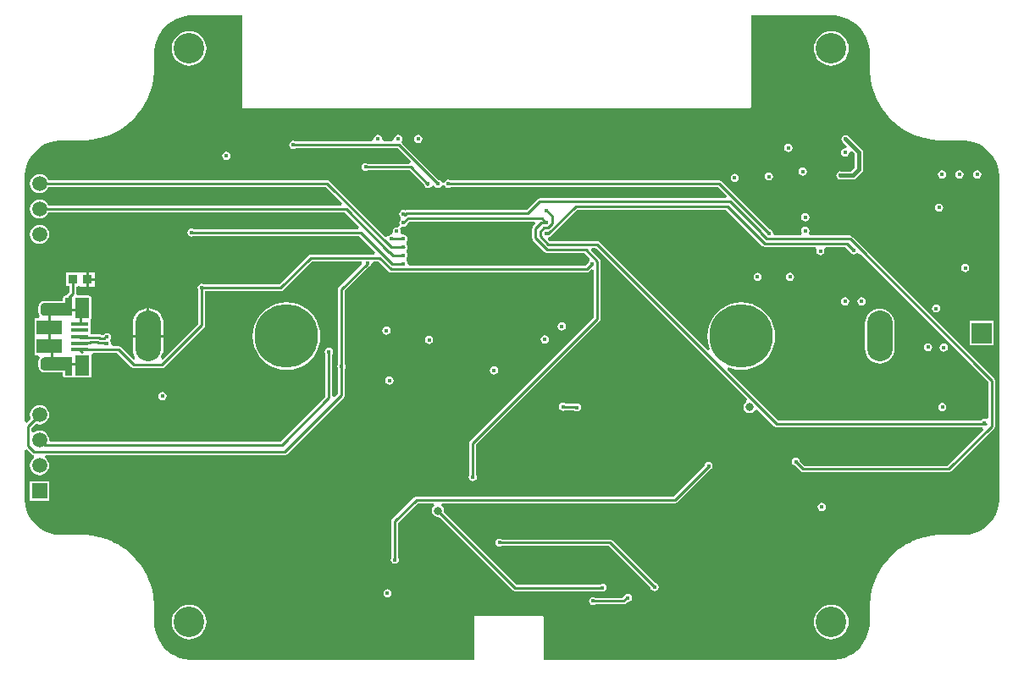
<source format=gbr>
%TF.GenerationSoftware,Altium Limited,Altium Designer,19.1.9 (167)*%
G04 Layer_Physical_Order=4*
G04 Layer_Color=16711680*
%FSLAX26Y26*%
%MOIN*%
%TF.FileFunction,Copper,L4,Bot,Signal*%
%TF.Part,Single*%
G01*
G75*
%TA.AperFunction,SMDPad,CuDef*%
%ADD37R,0.038000X0.037000*%
%TA.AperFunction,Conductor*%
%ADD42C,0.010280*%
%ADD43C,0.010000*%
%ADD45C,0.015000*%
%TA.AperFunction,ComponentPad*%
%ADD48C,0.250000*%
%ADD49O,0.100000X0.200000*%
%ADD50R,0.080000X0.080000*%
%ADD51O,0.066929X0.047244*%
%ADD52O,0.055118X0.039370*%
%ADD53C,0.059055*%
%ADD54R,0.059055X0.059055*%
%TA.AperFunction,ViaPad*%
%ADD55C,0.120000*%
%ADD56C,0.018000*%
%ADD57C,0.016000*%
%ADD58C,0.032000*%
%TA.AperFunction,SMDPad,CuDef*%
%ADD70R,0.068898X0.015748*%
%ADD71R,0.098425X0.056102*%
%TA.AperFunction,Conductor*%
%ADD72R,0.057480X0.078740*%
G36*
X3218022Y2546590D02*
X3236671Y2541593D01*
X3254509Y2534204D01*
X3271229Y2524551D01*
X3286547Y2512797D01*
X3300199Y2499145D01*
X3311952Y2483828D01*
X3321606Y2467108D01*
X3328994Y2449270D01*
X3333991Y2430620D01*
X3336512Y2411478D01*
X3336511Y2401825D01*
Y2342770D01*
X3336536Y2342645D01*
X3336515Y2342519D01*
X3336846Y2328997D01*
X3336930Y2328626D01*
X3336892Y2328248D01*
X3339543Y2301333D01*
X3339690Y2300849D01*
Y2300343D01*
X3344966Y2273818D01*
X3345160Y2273350D01*
X3345209Y2272847D01*
X3353060Y2246966D01*
X3353299Y2246520D01*
X3353397Y2246024D01*
X3363747Y2221038D01*
X3364028Y2220617D01*
X3364175Y2220133D01*
X3376924Y2196282D01*
X3377245Y2195891D01*
X3377438Y2195424D01*
X3392464Y2172936D01*
X3392821Y2172579D01*
X3393060Y2172133D01*
X3410217Y2151227D01*
X3410608Y2150906D01*
X3410889Y2150485D01*
X3430013Y2131361D01*
X3430433Y2131081D01*
X3430754Y2130689D01*
X3451660Y2113532D01*
X3452106Y2113294D01*
X3452464Y2112936D01*
X3474951Y2097911D01*
X3475419Y2097717D01*
X3475809Y2097396D01*
X3499661Y2084647D01*
X3500145Y2084501D01*
X3500566Y2084220D01*
X3525552Y2073870D01*
X3526048Y2073771D01*
X3526494Y2073533D01*
X3552375Y2065682D01*
X3552878Y2065632D01*
X3553345Y2065439D01*
X3579871Y2060162D01*
X3580377D01*
X3580861Y2060016D01*
X3607775Y2057365D01*
X3608154Y2057402D01*
X3608525Y2057319D01*
X3622047Y2056987D01*
X3622173Y2057009D01*
X3622297Y2056984D01*
X3710691D01*
X3729833Y2054464D01*
X3748482Y2049467D01*
X3766320Y2042078D01*
X3783040Y2032425D01*
X3798357Y2020671D01*
X3812010Y2007019D01*
X3823763Y1991702D01*
X3833417Y1974981D01*
X3840805Y1957144D01*
X3845802Y1938494D01*
X3848323Y1919352D01*
Y1909699D01*
Y649856D01*
Y640203D01*
X3845802Y621061D01*
X3840805Y602412D01*
X3833417Y584574D01*
X3823764Y567854D01*
X3812010Y552536D01*
X3798357Y538884D01*
X3783040Y527130D01*
X3766320Y517477D01*
X3748482Y510088D01*
X3729833Y505091D01*
X3710691Y502571D01*
X3701038Y502571D01*
X3622297D01*
X3622173Y502547D01*
X3622047Y502568D01*
X3608524Y502236D01*
X3608154Y502153D01*
X3607775Y502190D01*
X3580861Y499539D01*
X3580377Y499393D01*
X3579871D01*
X3553345Y494116D01*
X3552878Y493923D01*
X3552375Y493873D01*
X3526494Y486022D01*
X3526048Y485784D01*
X3525552Y485685D01*
X3500566Y475336D01*
X3500145Y475055D01*
X3499661Y474908D01*
X3475809Y462159D01*
X3475419Y461838D01*
X3474951Y461644D01*
X3452464Y446619D01*
X3452106Y446261D01*
X3451660Y446023D01*
X3430754Y428866D01*
X3430433Y428475D01*
X3430013Y428194D01*
X3410889Y409070D01*
X3410608Y408649D01*
X3410217Y408329D01*
X3393060Y387422D01*
X3392821Y386976D01*
X3392464Y386619D01*
X3377438Y364132D01*
X3377245Y363664D01*
X3376924Y363273D01*
X3364175Y339422D01*
X3364028Y338938D01*
X3363747Y338517D01*
X3353397Y313531D01*
X3353299Y313035D01*
X3353060Y312589D01*
X3345209Y286708D01*
X3345160Y286205D01*
X3344966Y285737D01*
X3339690Y259212D01*
Y258706D01*
X3339543Y258222D01*
X3336892Y231307D01*
X3336930Y230929D01*
X3336846Y230558D01*
X3336515Y217035D01*
X3336536Y216910D01*
X3336511Y216785D01*
Y148077D01*
X3333991Y128935D01*
X3328994Y110286D01*
X3321606Y92448D01*
X3311952Y75728D01*
X3300198Y60410D01*
X3286546Y46758D01*
X3271229Y35005D01*
X3254509Y25351D01*
X3236671Y17962D01*
X3218022Y12966D01*
X3198880Y10445D01*
X2054157D01*
Y177000D01*
X2053536Y180121D01*
X2051768Y182768D01*
X2049121Y184536D01*
X2046000Y185157D01*
X1788000D01*
X1784879Y184536D01*
X1782232Y182768D01*
X1780464Y180121D01*
X1779843Y177000D01*
Y10445D01*
X659888D01*
X640746Y12966D01*
X622097Y17962D01*
X604259Y25351D01*
X587539Y35004D01*
X572221Y46758D01*
X558569Y60410D01*
X546815Y75728D01*
X537162Y92448D01*
X529774Y110286D01*
X524777Y128935D01*
X522256Y148077D01*
X522257Y157730D01*
Y216786D01*
X522232Y216910D01*
X522254Y217036D01*
X521922Y230558D01*
X521838Y230929D01*
X521875Y231307D01*
X519225Y258222D01*
X519078Y258706D01*
Y259212D01*
X513802Y285738D01*
X513608Y286205D01*
X513558Y286708D01*
X505708Y312589D01*
X505469Y313035D01*
X505370Y313531D01*
X495021Y338517D01*
X494740Y338938D01*
X494593Y339422D01*
X481844Y363273D01*
X481523Y363664D01*
X481330Y364132D01*
X466304Y386619D01*
X465947Y386976D01*
X465708Y387422D01*
X448551Y408329D01*
X448160Y408649D01*
X447879Y409070D01*
X428755Y428194D01*
X428335Y428475D01*
X428014Y428866D01*
X407108Y446023D01*
X406661Y446261D01*
X406304Y446619D01*
X383817Y461644D01*
X383349Y461838D01*
X382958Y462159D01*
X359107Y474908D01*
X358623Y475055D01*
X358202Y475336D01*
X333216Y485685D01*
X332720Y485784D01*
X332274Y486022D01*
X306393Y493873D01*
X305890Y493923D01*
X305423Y494116D01*
X278897Y499393D01*
X278391D01*
X277907Y499539D01*
X250993Y502190D01*
X250614Y502153D01*
X250243Y502236D01*
X236721Y502568D01*
X236595Y502546D01*
X236470Y502571D01*
X157731Y502571D01*
X148077Y502571D01*
X128935Y505091D01*
X110286Y510088D01*
X92448Y517477D01*
X75728Y527130D01*
X60411Y538884D01*
X46758Y552536D01*
X35005Y567854D01*
X25351Y584574D01*
X17962Y602412D01*
X12966Y621061D01*
X10445Y640203D01*
X10445Y649856D01*
Y835667D01*
X20445Y839809D01*
X39627Y820628D01*
X43928Y817754D01*
X46476Y817247D01*
X46987Y816306D01*
X48721Y809433D01*
X48625Y806901D01*
X43235Y802765D01*
X37220Y794926D01*
X33438Y785797D01*
X32149Y776000D01*
X33438Y766203D01*
X37220Y757074D01*
X43235Y749235D01*
X51074Y743220D01*
X60203Y739438D01*
X70000Y738149D01*
X79797Y739438D01*
X88926Y743220D01*
X96765Y749235D01*
X102780Y757074D01*
X106561Y766203D01*
X107851Y776000D01*
X106561Y785797D01*
X102780Y794926D01*
X96765Y802765D01*
X91578Y806745D01*
X94895Y816745D01*
X1034000D01*
X1039072Y817754D01*
X1043372Y820628D01*
X1267372Y1044628D01*
X1270246Y1048928D01*
X1271255Y1054000D01*
Y1158038D01*
X1273072Y1160757D01*
X1274313Y1167000D01*
X1273072Y1173243D01*
X1271255Y1175962D01*
Y1464345D01*
X1365738Y1558828D01*
X1366243Y1558928D01*
X1371535Y1562465D01*
X1375072Y1567757D01*
X1376313Y1574000D01*
X1384969Y1581743D01*
X1402565D01*
X1443921Y1540387D01*
X1448267Y1537483D01*
X1453394Y1536463D01*
X2223860D01*
X2228987Y1537483D01*
X2233333Y1540387D01*
X2242745Y1549799D01*
X2252745Y1545657D01*
Y1360490D01*
X1765628Y873372D01*
X1762754Y869072D01*
X1761745Y864000D01*
Y739962D01*
X1759928Y737243D01*
X1758687Y731000D01*
X1759928Y724757D01*
X1763465Y719465D01*
X1768757Y715928D01*
X1775000Y714687D01*
X1781243Y715928D01*
X1786535Y719465D01*
X1790072Y724757D01*
X1791313Y731000D01*
X1790072Y737243D01*
X1788255Y739962D01*
Y858510D01*
X2275372Y1345628D01*
X2278246Y1349928D01*
X2279255Y1355000D01*
Y1579698D01*
X2278246Y1584771D01*
X2275372Y1589071D01*
X2239826Y1624618D01*
X2243653Y1633856D01*
X2259411D01*
X2854305Y1038962D01*
X2851568Y1027557D01*
X2846697Y1024303D01*
X2841392Y1016364D01*
X2839530Y1007000D01*
X2841392Y997636D01*
X2846697Y989697D01*
X2854636Y984393D01*
X2864000Y982530D01*
X2873364Y984393D01*
X2881303Y989697D01*
X2884557Y994567D01*
X2895962Y997305D01*
X2962640Y930628D01*
X2966940Y927754D01*
X2972012Y926745D01*
X3780633D01*
X3784460Y917506D01*
X3642208Y775255D01*
X3081490D01*
X3062710Y794035D01*
X3062072Y797243D01*
X3058535Y802535D01*
X3053243Y806072D01*
X3047000Y807313D01*
X3040757Y806072D01*
X3035465Y802535D01*
X3031928Y797243D01*
X3030686Y791000D01*
X3031928Y784757D01*
X3035465Y779465D01*
X3040757Y775928D01*
X3043965Y775290D01*
X3066628Y752628D01*
X3070928Y749754D01*
X3076000Y748745D01*
X3647698D01*
X3652771Y749754D01*
X3657071Y752628D01*
X3826372Y921929D01*
X3829246Y926229D01*
X3830255Y931302D01*
Y1111698D01*
X3829246Y1116771D01*
X3826372Y1121071D01*
X3269071Y1678372D01*
X3264771Y1681246D01*
X3259698Y1682255D01*
X3101829D01*
X3100994Y1683211D01*
X3097400Y1692255D01*
X3099072Y1694757D01*
X3100314Y1701000D01*
X3099072Y1707243D01*
X3095535Y1712535D01*
X3090243Y1716072D01*
X3084000Y1717313D01*
X3077757Y1716072D01*
X3072465Y1712535D01*
X3068928Y1707243D01*
X3067686Y1701000D01*
X3068928Y1694757D01*
X3070600Y1692255D01*
X3067006Y1683211D01*
X3066171Y1682255D01*
X2964511D01*
X2956314Y1691000D01*
X2955072Y1697243D01*
X2951535Y1702535D01*
X2946243Y1706072D01*
X2943035Y1706710D01*
X2754372Y1895372D01*
X2750072Y1898246D01*
X2745000Y1899255D01*
X1687962D01*
X1685243Y1901072D01*
X1679000Y1902313D01*
X1672757Y1901072D01*
X1667465Y1897535D01*
X1663928Y1892243D01*
X1663752Y1891354D01*
X1663598Y1890582D01*
X1653402D01*
X1653248Y1891354D01*
X1653072Y1892243D01*
X1649535Y1897535D01*
X1644243Y1901072D01*
X1641035Y1901710D01*
X1499293Y2043452D01*
X1494801Y2049703D01*
X1497072Y2056757D01*
X1498313Y2063000D01*
X1497072Y2069243D01*
X1493535Y2074535D01*
X1488243Y2078072D01*
X1482000Y2079314D01*
X1475757Y2078072D01*
X1470465Y2074535D01*
X1466928Y2069243D01*
X1465687Y2063000D01*
X1465835Y2062255D01*
X1458825Y2052255D01*
X1425175D01*
X1418165Y2062255D01*
X1418313Y2063000D01*
X1417072Y2069243D01*
X1413535Y2074535D01*
X1408243Y2078072D01*
X1402000Y2079314D01*
X1395757Y2078072D01*
X1390465Y2074535D01*
X1386928Y2069243D01*
X1385687Y2063000D01*
X1385835Y2062255D01*
X1378825Y2052255D01*
X1077962D01*
X1075243Y2054072D01*
X1069000Y2055314D01*
X1062757Y2054072D01*
X1057465Y2050535D01*
X1053928Y2045243D01*
X1052687Y2039000D01*
X1053928Y2032757D01*
X1057465Y2027465D01*
X1062757Y2023928D01*
X1069000Y2022687D01*
X1075243Y2023928D01*
X1077962Y2025745D01*
X1479510D01*
X1530000Y1975255D01*
X1525858Y1965255D01*
X1361962D01*
X1359243Y1967072D01*
X1353000Y1968313D01*
X1346757Y1967072D01*
X1341465Y1963535D01*
X1337928Y1958243D01*
X1336687Y1952000D01*
X1337928Y1945757D01*
X1341465Y1940465D01*
X1346757Y1936928D01*
X1353000Y1935687D01*
X1359243Y1936928D01*
X1361962Y1938745D01*
X1526510D01*
X1583539Y1881716D01*
X1583928Y1879757D01*
X1587465Y1874465D01*
X1592757Y1870928D01*
X1599000Y1869687D01*
X1605243Y1870928D01*
X1610535Y1874465D01*
X1612984Y1878129D01*
X1613189Y1878236D01*
X1618500Y1879065D01*
X1623960Y1878212D01*
X1626465Y1874465D01*
X1631757Y1870928D01*
X1638000Y1869687D01*
X1644243Y1870928D01*
X1649535Y1874465D01*
X1653072Y1879757D01*
X1653248Y1880646D01*
X1653402Y1881418D01*
X1663598D01*
X1663752Y1880646D01*
X1663928Y1879757D01*
X1667465Y1874465D01*
X1672757Y1870928D01*
X1679000Y1869687D01*
X1685243Y1870928D01*
X1687962Y1872745D01*
X2739510D01*
X2773762Y1838494D01*
X2769935Y1829255D01*
X2039000D01*
X2033928Y1828246D01*
X2029628Y1825372D01*
X1986652Y1782397D01*
X1513686D01*
X1509117Y1781488D01*
X1508243Y1782072D01*
X1502000Y1783313D01*
X1495757Y1782072D01*
X1490465Y1778535D01*
X1486928Y1773243D01*
X1485687Y1767000D01*
X1486928Y1760757D01*
X1490465Y1755465D01*
X1490494Y1755445D01*
Y1743555D01*
X1490465Y1743535D01*
X1486928Y1738243D01*
X1485687Y1732000D01*
X1486928Y1725757D01*
X1489088Y1722525D01*
X1482787Y1715664D01*
X1482010Y1715118D01*
X1476000Y1716313D01*
X1469757Y1715072D01*
X1464465Y1711535D01*
X1460928Y1706243D01*
X1459687Y1700000D01*
X1460602Y1695395D01*
X1456738Y1689131D01*
X1454007Y1686116D01*
X1448757Y1685072D01*
X1443465Y1681535D01*
X1442310Y1679808D01*
X1432096Y1677568D01*
X1430064Y1677911D01*
X1211603Y1896372D01*
X1207303Y1899246D01*
X1202230Y1900255D01*
X105129D01*
X102780Y1905926D01*
X96765Y1913765D01*
X88926Y1919780D01*
X79797Y1923562D01*
X70000Y1924851D01*
X60203Y1923562D01*
X51074Y1919780D01*
X43235Y1913765D01*
X37220Y1905926D01*
X33438Y1896797D01*
X32149Y1887000D01*
X33438Y1877203D01*
X37220Y1868074D01*
X43235Y1860235D01*
X51074Y1854220D01*
X60203Y1850438D01*
X70000Y1849149D01*
X79797Y1850438D01*
X88926Y1854220D01*
X96765Y1860235D01*
X102780Y1868074D01*
X105129Y1873745D01*
X1196740D01*
X1260992Y1809494D01*
X1257165Y1800255D01*
X105129D01*
X102780Y1805926D01*
X96765Y1813765D01*
X88926Y1819780D01*
X79797Y1823562D01*
X70000Y1824851D01*
X60203Y1823562D01*
X51074Y1819780D01*
X43235Y1813765D01*
X37220Y1805926D01*
X33438Y1796797D01*
X32149Y1787000D01*
X33438Y1777203D01*
X37220Y1768074D01*
X43235Y1760235D01*
X51074Y1754220D01*
X60203Y1750438D01*
X70000Y1749149D01*
X79797Y1750438D01*
X88926Y1754220D01*
X96765Y1760235D01*
X102780Y1768074D01*
X105129Y1773745D01*
X1271284D01*
X1327775Y1717255D01*
X1323633Y1707255D01*
X677962D01*
X675243Y1709072D01*
X669000Y1710313D01*
X662757Y1709072D01*
X657465Y1705535D01*
X653928Y1700243D01*
X652687Y1694000D01*
X653928Y1687757D01*
X657465Y1682465D01*
X662757Y1678928D01*
X669000Y1677687D01*
X675243Y1678928D01*
X677962Y1680745D01*
X1329418D01*
X1392387Y1617776D01*
X1388560Y1608537D01*
X1138140D01*
X1133013Y1607517D01*
X1128667Y1604613D01*
X1013451Y1489397D01*
X717749D01*
X715243Y1491072D01*
X709000Y1492313D01*
X702757Y1491072D01*
X697465Y1487535D01*
X693928Y1482243D01*
X692687Y1476000D01*
X693928Y1469757D01*
X695603Y1467251D01*
Y1334927D01*
X553954Y1193278D01*
X552741Y1193531D01*
X550188Y1197643D01*
X548326Y1204668D01*
X552740Y1212928D01*
X556171Y1224238D01*
X557330Y1236000D01*
Y1281000D01*
X497039D01*
X436749D01*
Y1236000D01*
X437908Y1224238D01*
X441338Y1212928D01*
X445753Y1204668D01*
X443891Y1197643D01*
X441337Y1193531D01*
X440125Y1193278D01*
X391111Y1242292D01*
X386765Y1245196D01*
X381638Y1246216D01*
X359817D01*
X352313Y1256000D01*
X351072Y1262243D01*
X347535Y1267535D01*
Y1270465D01*
X351072Y1275757D01*
X352313Y1282000D01*
X351072Y1288243D01*
X347535Y1293535D01*
X342243Y1297072D01*
X336000Y1298313D01*
X329757Y1297072D01*
X324465Y1293535D01*
X324313Y1293309D01*
X323253Y1293098D01*
X320495Y1291255D01*
X312615D01*
X310825Y1292450D01*
X305753Y1293459D01*
X273947D01*
X270945Y1294057D01*
Y1319307D01*
Y1351055D01*
X270945Y1351055D01*
X272842Y1355682D01*
X273463Y1358803D01*
Y1437543D01*
X272842Y1440665D01*
X271074Y1443311D01*
X268427Y1445079D01*
X265306Y1445700D01*
X221643D01*
X213255Y1453338D01*
Y1476429D01*
X215642Y1478816D01*
X223255Y1482971D01*
X230000Y1481500D01*
X236172Y1481500D01*
X254000D01*
Y1510000D01*
Y1538500D01*
X236172D01*
X230000Y1538500D01*
X220829Y1536500D01*
X173000D01*
Y1483500D01*
X186745D01*
Y1458829D01*
X174832Y1446916D01*
X174020Y1445700D01*
X170425D01*
X167304Y1445079D01*
X164658Y1443311D01*
X162889Y1440665D01*
X162269Y1437543D01*
Y1425031D01*
X89717D01*
X89509Y1424989D01*
X89299Y1425020D01*
X87764Y1424941D01*
X87549Y1424887D01*
X87327Y1424907D01*
X85831Y1424750D01*
X85284Y1424580D01*
X84711Y1424552D01*
X84008Y1424377D01*
X83812Y1424284D01*
X83597Y1424263D01*
X82883Y1424044D01*
X82883Y1424044D01*
X81467Y1423612D01*
X80864Y1423288D01*
X80203Y1423107D01*
X78707Y1422359D01*
X78456Y1422164D01*
X78158Y1422057D01*
X76780Y1421230D01*
X76465Y1420945D01*
X76083Y1420762D01*
X74823Y1419817D01*
X74628Y1419600D01*
X74375Y1419455D01*
X73194Y1418432D01*
X72840Y1417977D01*
X72385Y1417625D01*
X71322Y1416404D01*
X71181Y1416160D01*
X70971Y1415973D01*
X69987Y1414673D01*
X69733Y1414152D01*
X69358Y1413709D01*
X68571Y1412292D01*
X68502Y1412078D01*
X68366Y1411899D01*
X67657Y1410442D01*
X67506Y1409863D01*
X67217Y1409339D01*
X66705Y1407725D01*
X66653Y1407251D01*
X66472Y1406810D01*
X66236Y1405589D01*
X66237Y1405354D01*
X66161Y1405132D01*
X65964Y1403675D01*
X65985Y1403344D01*
X65903Y1403023D01*
X65824Y1401566D01*
X65856Y1401345D01*
X65812Y1401126D01*
Y1381441D01*
X65849Y1381252D01*
X65821Y1381062D01*
X65899Y1379369D01*
X66007Y1378934D01*
X65989Y1378486D01*
X66245Y1376852D01*
X66393Y1376448D01*
X66420Y1376019D01*
X66834Y1374464D01*
X67028Y1374066D01*
X67104Y1373631D01*
X67694Y1372095D01*
X67960Y1371674D01*
X68104Y1371197D01*
X68773Y1369937D01*
X68872Y1369816D01*
X68922Y1369668D01*
X69631Y1368448D01*
X69957Y1368078D01*
X70172Y1367633D01*
X68243Y1361327D01*
X65291Y1357945D01*
X50221D01*
Y1285843D01*
X50220D01*
Y1282157D01*
X50221D01*
Y1210055D01*
X65291D01*
X68243Y1206673D01*
X70172Y1200367D01*
X69957Y1199922D01*
X69631Y1199552D01*
X68922Y1198332D01*
X68872Y1198184D01*
X68773Y1198063D01*
X68104Y1196803D01*
X67960Y1196326D01*
X67694Y1195905D01*
X67104Y1194369D01*
X67028Y1193934D01*
X66834Y1193536D01*
X66420Y1191981D01*
X66393Y1191552D01*
X66245Y1191148D01*
X65989Y1189514D01*
X66007Y1189066D01*
X65899Y1188631D01*
X65821Y1186938D01*
X65849Y1186748D01*
X65812Y1186559D01*
Y1166874D01*
X65855Y1166655D01*
X65824Y1166434D01*
X65902Y1164977D01*
X65985Y1164656D01*
X65964Y1164325D01*
X66161Y1162868D01*
X66237Y1162646D01*
X66236Y1162411D01*
X66472Y1161190D01*
X66652Y1160749D01*
X66705Y1160275D01*
X67217Y1158661D01*
X67505Y1158137D01*
X67657Y1157557D01*
X68366Y1156101D01*
X68502Y1155922D01*
X68571Y1155708D01*
X69358Y1154291D01*
X69733Y1153848D01*
X69987Y1153327D01*
X70971Y1152027D01*
X71182Y1151840D01*
X71322Y1151596D01*
X72385Y1150375D01*
X72840Y1150023D01*
X73193Y1149568D01*
X74374Y1148545D01*
X74628Y1148400D01*
X74823Y1148183D01*
X76082Y1147238D01*
X76465Y1147055D01*
X76780Y1146770D01*
X78157Y1145943D01*
X78456Y1145836D01*
X78707Y1145641D01*
X80203Y1144893D01*
X80864Y1144712D01*
X81467Y1144388D01*
X82883Y1143956D01*
X83597Y1143737D01*
X83812Y1143716D01*
X84008Y1143623D01*
X84711Y1143448D01*
X85283Y1143420D01*
X85831Y1143250D01*
X87327Y1143093D01*
X87548Y1143113D01*
X87764Y1143059D01*
X89299Y1142980D01*
X89509Y1143011D01*
X89716Y1142969D01*
X162268D01*
Y1130457D01*
X162889Y1127335D01*
X164657Y1124689D01*
X167304Y1122921D01*
X170425Y1122300D01*
X197984D01*
X201106Y1122921D01*
X202905Y1124123D01*
X204703Y1122922D01*
X207825Y1122301D01*
X265305D01*
X268427Y1122922D01*
X271073Y1124690D01*
X272841Y1127336D01*
X273462Y1130458D01*
Y1209198D01*
X273417Y1209421D01*
X278019Y1217370D01*
X280122Y1219422D01*
X376089D01*
X432123Y1163387D01*
X436470Y1160483D01*
X441597Y1159463D01*
X552482D01*
X557609Y1160483D01*
X561955Y1163387D01*
X718473Y1319905D01*
X721378Y1324251D01*
X722397Y1329378D01*
Y1462603D01*
X1019000D01*
X1024127Y1463622D01*
X1028473Y1466527D01*
X1143689Y1581743D01*
X1335031D01*
X1337040Y1580035D01*
X1338461Y1569041D01*
X1248628Y1479208D01*
X1245754Y1474908D01*
X1244745Y1469835D01*
Y1175962D01*
X1242928Y1173243D01*
X1241687Y1167000D01*
X1242928Y1160757D01*
X1244745Y1158038D01*
Y1059490D01*
X1232255Y1047000D01*
X1222255Y1051142D01*
Y1215038D01*
X1224072Y1217757D01*
X1225313Y1224000D01*
X1224072Y1230243D01*
X1220535Y1235535D01*
X1215243Y1239072D01*
X1209000Y1240313D01*
X1202757Y1239072D01*
X1197465Y1235535D01*
X1193928Y1230243D01*
X1192687Y1224000D01*
X1193928Y1217757D01*
X1195745Y1215038D01*
Y1047490D01*
X1017510Y869255D01*
X113767D01*
X107851Y876000D01*
X106561Y885797D01*
X102780Y894926D01*
X96765Y902765D01*
X88926Y908780D01*
X79797Y912562D01*
X70000Y913851D01*
X60203Y912562D01*
X51074Y908780D01*
X47255Y905849D01*
X37255Y910781D01*
Y924510D01*
X54532Y941787D01*
X60203Y939438D01*
X70000Y938149D01*
X79797Y939438D01*
X88926Y943220D01*
X96765Y949235D01*
X102780Y957074D01*
X106561Y966203D01*
X107851Y976000D01*
X106561Y985797D01*
X102780Y994926D01*
X96765Y1002765D01*
X88926Y1008780D01*
X79797Y1012562D01*
X70000Y1013851D01*
X60203Y1012562D01*
X51074Y1008780D01*
X43235Y1002765D01*
X37220Y994926D01*
X33438Y985797D01*
X32149Y976000D01*
X33438Y966203D01*
X35787Y960532D01*
X20445Y945191D01*
X10445Y949333D01*
Y1909699D01*
X10445Y1919352D01*
X12966Y1938494D01*
X17962Y1957144D01*
X25351Y1974981D01*
X35004Y1991701D01*
X46758Y2007019D01*
X60410Y2020671D01*
X75728Y2032425D01*
X92448Y2042078D01*
X110286Y2049467D01*
X128935Y2054464D01*
X148077Y2056984D01*
X157730Y2056984D01*
X236470Y2056984D01*
X236595Y2057009D01*
X236721Y2056987D01*
X250243Y2057319D01*
X250614Y2057402D01*
X250993Y2057365D01*
X277907Y2060016D01*
X278391Y2060162D01*
X278897D01*
X305423Y2065439D01*
X305890Y2065632D01*
X306393Y2065682D01*
X332274Y2073533D01*
X332720Y2073771D01*
X333216Y2073870D01*
X358202Y2084220D01*
X358623Y2084501D01*
X359107Y2084647D01*
X382958Y2097396D01*
X383349Y2097717D01*
X383817Y2097911D01*
X406304Y2112936D01*
X406661Y2113294D01*
X407108Y2113532D01*
X428014Y2130689D01*
X428334Y2131080D01*
X428755Y2131361D01*
X447879Y2150485D01*
X448160Y2150906D01*
X448551Y2151227D01*
X465708Y2172133D01*
X465947Y2172579D01*
X466304Y2172936D01*
X481330Y2195423D01*
X481523Y2195891D01*
X481844Y2196282D01*
X494593Y2220133D01*
X494740Y2220617D01*
X495021Y2221038D01*
X505370Y2246024D01*
X505469Y2246520D01*
X505708Y2246966D01*
X513558Y2272847D01*
X513608Y2273350D01*
X513802Y2273818D01*
X519078Y2300343D01*
Y2300849D01*
X519225Y2301333D01*
X521875Y2328248D01*
X521838Y2328626D01*
X521922Y2328997D01*
X522253Y2342520D01*
X522232Y2342645D01*
X522256Y2342770D01*
X522257Y2401825D01*
X522256Y2411478D01*
X524777Y2430620D01*
X529774Y2449269D01*
X537162Y2467107D01*
X546816Y2483827D01*
X558569Y2499144D01*
X572221Y2512797D01*
X587539Y2524550D01*
X604259Y2534204D01*
X622097Y2541593D01*
X640746Y2546590D01*
X659888Y2549110D01*
X669542D01*
X866843D01*
X866843Y2192000D01*
X867464Y2188879D01*
X869232Y2186232D01*
X871879Y2184464D01*
X875000Y2183843D01*
X2863000Y2183843D01*
X2866121Y2184464D01*
X2868768Y2186233D01*
X2870536Y2188879D01*
X2871157Y2192000D01*
X2871157Y2549110D01*
X3189227D01*
X3198880D01*
X3218022Y2546590D01*
D02*
G37*
G36*
X2021904Y1728649D02*
X2012628Y1719372D01*
X2009754Y1715072D01*
X2008745Y1710000D01*
Y1672017D01*
X2009754Y1666945D01*
X2012628Y1662645D01*
X2058787Y1616485D01*
X2063087Y1613612D01*
X2068159Y1612603D01*
X2214350D01*
X2232821Y1594132D01*
X2233465Y1582535D01*
X2229928Y1577243D01*
X2229340Y1574287D01*
X2218311Y1563257D01*
X1526969D01*
X1518313Y1571000D01*
X1517072Y1577243D01*
X1513535Y1582535D01*
Y1593465D01*
X1517072Y1598757D01*
X1518313Y1605000D01*
X1517072Y1611243D01*
X1513535Y1616535D01*
Y1624465D01*
X1517072Y1629757D01*
X1518313Y1636000D01*
X1517072Y1642243D01*
X1513535Y1647535D01*
Y1658465D01*
X1517072Y1663757D01*
X1518313Y1670000D01*
X1517072Y1676243D01*
X1513535Y1681535D01*
X1508243Y1685072D01*
X1502000Y1686313D01*
X1497531Y1685425D01*
X1493117Y1689687D01*
X1490919Y1693529D01*
X1491072Y1693757D01*
X1492313Y1700000D01*
X1491072Y1706243D01*
X1488912Y1709475D01*
X1495213Y1716336D01*
X1495990Y1716882D01*
X1502000Y1715687D01*
X1508243Y1716928D01*
X1513535Y1720465D01*
X1517072Y1725757D01*
X1517710Y1728965D01*
X1526632Y1737887D01*
X2018077D01*
X2021904Y1728649D01*
D02*
G37*
G36*
X197984Y1365693D02*
X88850D01*
X87984Y1365732D01*
X87158Y1365890D01*
X86370Y1366047D01*
X85701Y1366205D01*
X85032Y1366402D01*
X83772Y1366874D01*
X82354Y1367504D01*
X80977Y1368370D01*
X79795Y1369197D01*
X78693Y1370220D01*
X77650Y1371264D01*
X76685Y1372543D01*
X75977Y1373764D01*
X75307Y1375024D01*
X74717Y1376559D01*
X74303Y1378114D01*
X74047Y1379748D01*
X73969Y1381441D01*
Y1401126D01*
X74047Y1402583D01*
X74244Y1404039D01*
X74480Y1405260D01*
X74992Y1406874D01*
X75701Y1408331D01*
X76488Y1409748D01*
X77472Y1411047D01*
X78535Y1412268D01*
X79717Y1413291D01*
X80977Y1414236D01*
X82354Y1415063D01*
X83850Y1415811D01*
X85268Y1416244D01*
X85982Y1416462D01*
X86685Y1416638D01*
X88181Y1416795D01*
X89717Y1416874D01*
X170425D01*
Y1437543D01*
X197984D01*
Y1365693D01*
D02*
G37*
G36*
X2915473Y1641628D02*
X2919773Y1638754D01*
X2924846Y1637745D01*
X3123128D01*
X3128473Y1627745D01*
X3127928Y1626929D01*
X3126686Y1620687D01*
X3127928Y1614444D01*
X3131465Y1609151D01*
X3136757Y1605615D01*
X3143000Y1604373D01*
X3149243Y1605615D01*
X3154535Y1609151D01*
X3158072Y1614444D01*
X3159314Y1620687D01*
X3158072Y1626929D01*
X3157527Y1627745D01*
X3162872Y1637745D01*
X3242510D01*
X3259290Y1620965D01*
X3259928Y1617757D01*
X3263465Y1612465D01*
X3268757Y1608928D01*
X3275000Y1607687D01*
X3281243Y1608928D01*
X3286535Y1612465D01*
X3298132Y1611821D01*
X3803745Y1106208D01*
Y965418D01*
X3798240Y961309D01*
X3793745Y959370D01*
X3789000Y960313D01*
X3782757Y959072D01*
X3777465Y955535D01*
X3775941Y953255D01*
X2977502D01*
X2776809Y1153948D01*
X2782473Y1162426D01*
X2790459Y1159118D01*
X2810815Y1154231D01*
X2831685Y1152589D01*
X2852555Y1154231D01*
X2872911Y1159118D01*
X2892253Y1167130D01*
X2910102Y1178068D01*
X2926021Y1191664D01*
X2939617Y1207583D01*
X2950555Y1225432D01*
X2958567Y1244774D01*
X2963454Y1265130D01*
X2965096Y1286000D01*
X2963454Y1306870D01*
X2958567Y1327226D01*
X2950555Y1346568D01*
X2939617Y1364417D01*
X2926021Y1380336D01*
X2910102Y1393932D01*
X2892253Y1404870D01*
X2872911Y1412882D01*
X2852555Y1417769D01*
X2831685Y1419411D01*
X2810815Y1417769D01*
X2790459Y1412882D01*
X2771117Y1404870D01*
X2753268Y1393932D01*
X2737349Y1380336D01*
X2723753Y1364417D01*
X2712815Y1346568D01*
X2704803Y1327226D01*
X2699916Y1306870D01*
X2698274Y1286000D01*
X2699916Y1265130D01*
X2704803Y1244774D01*
X2708111Y1236788D01*
X2699633Y1231124D01*
X2274274Y1656484D01*
X2269974Y1659357D01*
X2264901Y1660366D01*
X2077852D01*
X2072969Y1665249D01*
X2072666Y1668410D01*
X2075855Y1676506D01*
X2077105Y1676754D01*
X2081405Y1679628D01*
X2186523Y1784745D01*
X2772356D01*
X2915473Y1641628D01*
D02*
G37*
G36*
X197984Y1130457D02*
X170425D01*
Y1151126D01*
X89716D01*
X88181Y1151205D01*
X86685Y1151362D01*
X85982Y1151538D01*
X85268Y1151756D01*
X83850Y1152189D01*
X82354Y1152937D01*
X80976Y1153764D01*
X79716Y1154709D01*
X78535Y1155732D01*
X77472Y1156953D01*
X76488Y1158252D01*
X75701Y1159669D01*
X74992Y1161126D01*
X74480Y1162740D01*
X74244Y1163961D01*
X74047Y1165417D01*
X73969Y1166874D01*
Y1186559D01*
X74047Y1188252D01*
X74303Y1189886D01*
X74716Y1191441D01*
X75307Y1192976D01*
X75976Y1194236D01*
X76685Y1195457D01*
X77650Y1196736D01*
X78693Y1197780D01*
X79795Y1198803D01*
X80976Y1199630D01*
X82354Y1200496D01*
X83772Y1201126D01*
X85031Y1201598D01*
X85701Y1201795D01*
X86370Y1201953D01*
X87157Y1202110D01*
X87984Y1202268D01*
X88850Y1202307D01*
X197984D01*
Y1130457D01*
D02*
G37*
%LPC*%
G36*
X3186000Y2487329D02*
X3172670Y2486016D01*
X3159852Y2482128D01*
X3148038Y2475814D01*
X3137684Y2467316D01*
X3129186Y2456962D01*
X3122872Y2445148D01*
X3118984Y2432330D01*
X3117671Y2419000D01*
X3118984Y2405670D01*
X3122872Y2392852D01*
X3129186Y2381038D01*
X3137684Y2370684D01*
X3148038Y2362186D01*
X3159852Y2355872D01*
X3172670Y2351984D01*
X3186000Y2350671D01*
X3199330Y2351984D01*
X3212148Y2355872D01*
X3223962Y2362186D01*
X3234316Y2370684D01*
X3242814Y2381038D01*
X3249128Y2392852D01*
X3253016Y2405670D01*
X3254329Y2419000D01*
X3253016Y2432330D01*
X3249128Y2445148D01*
X3242814Y2456962D01*
X3234316Y2467316D01*
X3223962Y2475814D01*
X3212148Y2482128D01*
X3199330Y2486016D01*
X3186000Y2487329D01*
D02*
G37*
G36*
X659000D02*
X645670Y2486016D01*
X632852Y2482128D01*
X621038Y2475814D01*
X610684Y2467316D01*
X602187Y2456962D01*
X595872Y2445148D01*
X591984Y2432330D01*
X590671Y2419000D01*
X591984Y2405670D01*
X595872Y2392852D01*
X602187Y2381038D01*
X610684Y2370684D01*
X621038Y2362186D01*
X632852Y2355872D01*
X645670Y2351984D01*
X659000Y2350671D01*
X672330Y2351984D01*
X685148Y2355872D01*
X696962Y2362186D01*
X707316Y2370684D01*
X715813Y2381038D01*
X722128Y2392852D01*
X726016Y2405670D01*
X727329Y2419000D01*
X726016Y2432330D01*
X722128Y2445148D01*
X715813Y2456962D01*
X707316Y2467316D01*
X696962Y2475814D01*
X685148Y2482128D01*
X672330Y2486016D01*
X659000Y2487329D01*
D02*
G37*
G36*
X1561000Y2079314D02*
X1554757Y2078072D01*
X1549465Y2074535D01*
X1545928Y2069243D01*
X1544687Y2063000D01*
X1545928Y2056757D01*
X1549465Y2051465D01*
X1554757Y2047928D01*
X1561000Y2046687D01*
X1567243Y2047928D01*
X1572535Y2051465D01*
X1576072Y2056757D01*
X1577313Y2063000D01*
X1576072Y2069243D01*
X1572535Y2074535D01*
X1567243Y2078072D01*
X1561000Y2079314D01*
D02*
G37*
G36*
X3242000Y2078314D02*
X3235757Y2077072D01*
X3230465Y2073535D01*
X3226928Y2068243D01*
X3225686Y2062000D01*
X3226928Y2055757D01*
X3230465Y2050465D01*
X3232637Y2049013D01*
X3247417Y2034233D01*
X3242491Y2025017D01*
X3241000Y2025313D01*
X3234757Y2024072D01*
X3229465Y2020535D01*
X3225928Y2015243D01*
X3224686Y2009000D01*
X3225928Y2002757D01*
X3229465Y1997465D01*
X3234757Y1993928D01*
X3241000Y1992687D01*
X3247243Y1993928D01*
X3252535Y1997465D01*
X3256072Y2002757D01*
X3257314Y2009000D01*
X3257017Y2010491D01*
X3266233Y2015417D01*
X3279196Y2002454D01*
Y1949546D01*
X3264454Y1934804D01*
X3224563D01*
X3222000Y1935313D01*
X3215757Y1934072D01*
X3210465Y1930535D01*
X3206928Y1925243D01*
X3205686Y1919000D01*
X3206928Y1912757D01*
X3210465Y1907465D01*
X3215757Y1903928D01*
X3222000Y1902687D01*
X3224563Y1903196D01*
X3271000D01*
X3277048Y1904399D01*
X3282175Y1907825D01*
X3306175Y1931825D01*
X3309601Y1936952D01*
X3310804Y1943000D01*
Y2009000D01*
X3309601Y2015048D01*
X3306175Y2020175D01*
X3254987Y2071363D01*
X3253535Y2073535D01*
X3248243Y2077072D01*
X3242000Y2078314D01*
D02*
G37*
G36*
X3017000Y2044313D02*
X3010757Y2043072D01*
X3005465Y2039535D01*
X3001928Y2034243D01*
X3000686Y2028000D01*
X3001928Y2021757D01*
X3005465Y2016465D01*
X3010757Y2012928D01*
X3017000Y2011687D01*
X3023243Y2012928D01*
X3028535Y2016465D01*
X3032072Y2021757D01*
X3033314Y2028000D01*
X3032072Y2034243D01*
X3028535Y2039535D01*
X3023243Y2043072D01*
X3017000Y2044313D01*
D02*
G37*
G36*
X805000Y2012313D02*
X798757Y2011072D01*
X793465Y2007535D01*
X789928Y2002243D01*
X788687Y1996000D01*
X789928Y1989757D01*
X793465Y1984465D01*
X798757Y1980928D01*
X805000Y1979687D01*
X811243Y1980928D01*
X816535Y1984465D01*
X820072Y1989757D01*
X821313Y1996000D01*
X820072Y2002243D01*
X816535Y2007535D01*
X811243Y2011072D01*
X805000Y2012313D01*
D02*
G37*
G36*
X3074000Y1950313D02*
X3067757Y1949072D01*
X3062465Y1945535D01*
X3058928Y1940243D01*
X3057686Y1934000D01*
X3058928Y1927757D01*
X3062465Y1922465D01*
X3067757Y1918928D01*
X3074000Y1917687D01*
X3080243Y1918928D01*
X3085535Y1922465D01*
X3089072Y1927757D01*
X3090314Y1934000D01*
X3089072Y1940243D01*
X3085535Y1945535D01*
X3080243Y1949072D01*
X3074000Y1950313D01*
D02*
G37*
G36*
X3761000Y1939313D02*
X3754757Y1938072D01*
X3749465Y1934535D01*
X3745928Y1929243D01*
X3744686Y1923000D01*
X3745928Y1916757D01*
X3749465Y1911465D01*
X3754757Y1907928D01*
X3761000Y1906687D01*
X3767243Y1907928D01*
X3772535Y1911465D01*
X3776072Y1916757D01*
X3777314Y1923000D01*
X3776072Y1929243D01*
X3772535Y1934535D01*
X3767243Y1938072D01*
X3761000Y1939313D01*
D02*
G37*
G36*
X3690000D02*
X3683757Y1938072D01*
X3678465Y1934535D01*
X3674928Y1929243D01*
X3673686Y1923000D01*
X3674928Y1916757D01*
X3678465Y1911465D01*
X3683757Y1907928D01*
X3690000Y1906687D01*
X3696243Y1907928D01*
X3701535Y1911465D01*
X3705072Y1916757D01*
X3706314Y1923000D01*
X3705072Y1929243D01*
X3701535Y1934535D01*
X3696243Y1938072D01*
X3690000Y1939313D01*
D02*
G37*
G36*
X3622000D02*
X3615757Y1938072D01*
X3610465Y1934535D01*
X3606928Y1929243D01*
X3605686Y1923000D01*
X3606928Y1916757D01*
X3610465Y1911465D01*
X3615757Y1907928D01*
X3622000Y1906687D01*
X3628243Y1907928D01*
X3633535Y1911465D01*
X3637072Y1916757D01*
X3638314Y1923000D01*
X3637072Y1929243D01*
X3633535Y1934535D01*
X3628243Y1938072D01*
X3622000Y1939313D01*
D02*
G37*
G36*
X2941000Y1931313D02*
X2934757Y1930072D01*
X2929465Y1926535D01*
X2925928Y1921243D01*
X2924686Y1915000D01*
X2925928Y1908757D01*
X2929465Y1903465D01*
X2934757Y1899928D01*
X2941000Y1898687D01*
X2947243Y1899928D01*
X2952535Y1903465D01*
X2956072Y1908757D01*
X2957314Y1915000D01*
X2956072Y1921243D01*
X2952535Y1926535D01*
X2947243Y1930072D01*
X2941000Y1931313D01*
D02*
G37*
G36*
X2806000Y1925313D02*
X2799757Y1924072D01*
X2794465Y1920535D01*
X2790928Y1915243D01*
X2789686Y1909000D01*
X2790928Y1902757D01*
X2794465Y1897465D01*
X2799757Y1893928D01*
X2806000Y1892687D01*
X2812243Y1893928D01*
X2817535Y1897465D01*
X2821072Y1902757D01*
X2822314Y1909000D01*
X2821072Y1915243D01*
X2817535Y1920535D01*
X2812243Y1924072D01*
X2806000Y1925313D01*
D02*
G37*
G36*
X3610000Y1808313D02*
X3603757Y1807072D01*
X3598465Y1803535D01*
X3594928Y1798243D01*
X3593686Y1792000D01*
X3594928Y1785757D01*
X3598465Y1780465D01*
X3603757Y1776928D01*
X3610000Y1775687D01*
X3616243Y1776928D01*
X3621535Y1780465D01*
X3625072Y1785757D01*
X3626314Y1792000D01*
X3625072Y1798243D01*
X3621535Y1803535D01*
X3616243Y1807072D01*
X3610000Y1808313D01*
D02*
G37*
G36*
X3084000Y1770313D02*
X3077757Y1769072D01*
X3072465Y1765535D01*
X3068928Y1760243D01*
X3067686Y1754000D01*
X3068928Y1747757D01*
X3072465Y1742465D01*
X3077757Y1738928D01*
X3084000Y1737687D01*
X3090243Y1738928D01*
X3095535Y1742465D01*
X3099072Y1747757D01*
X3100314Y1754000D01*
X3099072Y1760243D01*
X3095535Y1765535D01*
X3090243Y1769072D01*
X3084000Y1770313D01*
D02*
G37*
G36*
X70000Y1724851D02*
X60203Y1723562D01*
X51074Y1719780D01*
X43235Y1713765D01*
X37220Y1705926D01*
X33438Y1696797D01*
X32149Y1687000D01*
X33438Y1677203D01*
X37220Y1668074D01*
X43235Y1660235D01*
X51074Y1654220D01*
X60203Y1650438D01*
X70000Y1649149D01*
X79797Y1650438D01*
X88926Y1654220D01*
X96765Y1660235D01*
X102780Y1668074D01*
X106561Y1677203D01*
X107851Y1687000D01*
X106561Y1696797D01*
X102780Y1705926D01*
X96765Y1713765D01*
X88926Y1719780D01*
X79797Y1723562D01*
X70000Y1724851D01*
D02*
G37*
G36*
X3713000Y1570313D02*
X3706757Y1569072D01*
X3701465Y1565535D01*
X3697928Y1560243D01*
X3696686Y1554000D01*
X3697928Y1547757D01*
X3701465Y1542465D01*
X3706757Y1538928D01*
X3713000Y1537687D01*
X3719243Y1538928D01*
X3724535Y1542465D01*
X3728072Y1547757D01*
X3729314Y1554000D01*
X3728072Y1560243D01*
X3724535Y1565535D01*
X3719243Y1569072D01*
X3713000Y1570313D01*
D02*
G37*
G36*
X264000Y1538500D02*
Y1515000D01*
X288000D01*
Y1538500D01*
X264000D01*
D02*
G37*
G36*
X288000Y1505000D02*
X264000D01*
Y1481500D01*
X288000D01*
Y1505000D01*
D02*
G37*
G36*
X3598000Y1411313D02*
X3591757Y1410072D01*
X3586465Y1406535D01*
X3582928Y1401243D01*
X3581686Y1395000D01*
X3582928Y1388757D01*
X3586465Y1383465D01*
X3591757Y1379928D01*
X3598000Y1378687D01*
X3604243Y1379928D01*
X3609535Y1383465D01*
X3613072Y1388757D01*
X3614314Y1395000D01*
X3613072Y1401243D01*
X3609535Y1406535D01*
X3604243Y1410072D01*
X3598000Y1411313D01*
D02*
G37*
G36*
X2125000Y1340313D02*
X2118757Y1339072D01*
X2113465Y1335535D01*
X2109928Y1330243D01*
X2108686Y1324000D01*
X2109928Y1317757D01*
X2113465Y1312465D01*
X2118757Y1308928D01*
X2125000Y1307687D01*
X2131243Y1308928D01*
X2136535Y1312465D01*
X2140072Y1317757D01*
X2141314Y1324000D01*
X2140072Y1330243D01*
X2136535Y1335535D01*
X2131243Y1339072D01*
X2125000Y1340313D01*
D02*
G37*
G36*
X1435000Y1324313D02*
X1428757Y1323072D01*
X1423465Y1319535D01*
X1419928Y1314243D01*
X1418687Y1308000D01*
X1419928Y1301757D01*
X1423465Y1296465D01*
X1428757Y1292928D01*
X1435000Y1291687D01*
X1441243Y1292928D01*
X1446535Y1296465D01*
X1450072Y1301757D01*
X1451313Y1308000D01*
X1450072Y1314243D01*
X1446535Y1319535D01*
X1441243Y1323072D01*
X1435000Y1324313D01*
D02*
G37*
G36*
X502039Y1395798D02*
Y1291000D01*
X557330D01*
Y1336000D01*
X556171Y1347762D01*
X552740Y1359072D01*
X547169Y1369495D01*
X539671Y1378632D01*
X530535Y1386130D01*
X520111Y1391701D01*
X508801Y1395132D01*
X502039Y1395798D01*
D02*
G37*
G36*
X492039D02*
X485277Y1395132D01*
X473967Y1391701D01*
X463544Y1386130D01*
X454408Y1378632D01*
X446910Y1369495D01*
X441338Y1359072D01*
X437908Y1347762D01*
X436749Y1336000D01*
Y1291000D01*
X492039D01*
Y1395798D01*
D02*
G37*
G36*
X2059000Y1289313D02*
X2052757Y1288072D01*
X2047465Y1284535D01*
X2043928Y1279243D01*
X2042687Y1273000D01*
X2043928Y1266757D01*
X2047465Y1261465D01*
X2052757Y1257928D01*
X2059000Y1256687D01*
X2065243Y1257928D01*
X2070535Y1261465D01*
X2074072Y1266757D01*
X2075314Y1273000D01*
X2074072Y1279243D01*
X2070535Y1284535D01*
X2065243Y1288072D01*
X2059000Y1289313D01*
D02*
G37*
G36*
X1603000Y1287313D02*
X1596757Y1286072D01*
X1591465Y1282535D01*
X1587928Y1277243D01*
X1586687Y1271000D01*
X1587928Y1264757D01*
X1591465Y1259465D01*
X1596757Y1255928D01*
X1603000Y1254687D01*
X1609243Y1255928D01*
X1614535Y1259465D01*
X1618072Y1264757D01*
X1619313Y1271000D01*
X1618072Y1277243D01*
X1614535Y1282535D01*
X1609243Y1286072D01*
X1603000Y1287313D01*
D02*
G37*
G36*
X3826000Y1346000D02*
X3730000D01*
Y1250000D01*
X3826000D01*
Y1346000D01*
D02*
G37*
G36*
X1042315Y1419411D02*
X1021445Y1417769D01*
X1001089Y1412882D01*
X981747Y1404870D01*
X963898Y1393932D01*
X947979Y1380336D01*
X934383Y1364417D01*
X923445Y1346568D01*
X915433Y1327226D01*
X910546Y1306870D01*
X908904Y1286000D01*
X910546Y1265130D01*
X915433Y1244774D01*
X923445Y1225432D01*
X934383Y1207583D01*
X947979Y1191664D01*
X963898Y1178068D01*
X981747Y1167130D01*
X1001089Y1159118D01*
X1021445Y1154231D01*
X1042315Y1152589D01*
X1063185Y1154231D01*
X1083541Y1159118D01*
X1102882Y1167130D01*
X1120732Y1178068D01*
X1136651Y1191664D01*
X1150247Y1207583D01*
X1161185Y1225432D01*
X1169197Y1244774D01*
X1174084Y1265130D01*
X1175726Y1286000D01*
X1174084Y1306870D01*
X1169197Y1327226D01*
X1161185Y1346568D01*
X1150247Y1364417D01*
X1136651Y1380336D01*
X1120732Y1393932D01*
X1102882Y1404870D01*
X1083541Y1412882D01*
X1063185Y1417769D01*
X1042315Y1419411D01*
D02*
G37*
G36*
X1859000Y1167313D02*
X1852757Y1166072D01*
X1847465Y1162535D01*
X1843928Y1157243D01*
X1842687Y1151000D01*
X1843928Y1144757D01*
X1847465Y1139465D01*
X1852757Y1135928D01*
X1859000Y1134687D01*
X1865243Y1135928D01*
X1870535Y1139465D01*
X1874072Y1144757D01*
X1875313Y1151000D01*
X1874072Y1157243D01*
X1870535Y1162535D01*
X1865243Y1166072D01*
X1859000Y1167313D01*
D02*
G37*
G36*
X1447000Y1127313D02*
X1440757Y1126072D01*
X1435465Y1122535D01*
X1431928Y1117243D01*
X1430687Y1111000D01*
X1431928Y1104757D01*
X1435465Y1099465D01*
X1440757Y1095928D01*
X1447000Y1094687D01*
X1453243Y1095928D01*
X1458535Y1099465D01*
X1462072Y1104757D01*
X1463313Y1111000D01*
X1462072Y1117243D01*
X1458535Y1122535D01*
X1453243Y1126072D01*
X1447000Y1127313D01*
D02*
G37*
G36*
X554000Y1066313D02*
X547757Y1065072D01*
X542465Y1061535D01*
X538928Y1056243D01*
X537687Y1050000D01*
X538928Y1043757D01*
X542465Y1038465D01*
X547757Y1034928D01*
X554000Y1033687D01*
X560243Y1034928D01*
X565535Y1038465D01*
X569072Y1043757D01*
X570313Y1050000D01*
X569072Y1056243D01*
X565535Y1061535D01*
X560243Y1065072D01*
X554000Y1066313D01*
D02*
G37*
G36*
X2130269Y1024092D02*
X2124026Y1022850D01*
X2118734Y1019313D01*
X2115198Y1014021D01*
X2113956Y1007778D01*
X2115198Y1001535D01*
X2118734Y996243D01*
X2124026Y992706D01*
X2130269Y991465D01*
X2136512Y992706D01*
X2139232Y994523D01*
X2172757D01*
X2173465Y993465D01*
X2178757Y989928D01*
X2185000Y988687D01*
X2191243Y989928D01*
X2196535Y993465D01*
X2200072Y998757D01*
X2201314Y1005000D01*
X2200072Y1011243D01*
X2196535Y1016535D01*
X2191243Y1020072D01*
X2185000Y1021313D01*
X2182905Y1020897D01*
X2182222Y1021033D01*
X2139232D01*
X2136512Y1022850D01*
X2130269Y1024092D01*
D02*
G37*
G36*
X107528Y713528D02*
X32472D01*
Y638472D01*
X107528D01*
Y713528D01*
D02*
G37*
G36*
X3149000Y629313D02*
X3142757Y628072D01*
X3137465Y624535D01*
X3133928Y619243D01*
X3132686Y613000D01*
X3133928Y606757D01*
X3137465Y601465D01*
X3142757Y597928D01*
X3149000Y596687D01*
X3155243Y597928D01*
X3160535Y601465D01*
X3164072Y606757D01*
X3165314Y613000D01*
X3164072Y619243D01*
X3160535Y624535D01*
X3155243Y628072D01*
X3149000Y629313D01*
D02*
G37*
G36*
X1880000Y488313D02*
X1873757Y487072D01*
X1868465Y483535D01*
X1864928Y478243D01*
X1863687Y472000D01*
X1864928Y465757D01*
X1868465Y460465D01*
X1873757Y456928D01*
X1880000Y455687D01*
X1886243Y456928D01*
X1888962Y458745D01*
X2310510D01*
X2474290Y294965D01*
X2474928Y291757D01*
X2478465Y286465D01*
X2483757Y282928D01*
X2490000Y281687D01*
X2496243Y282928D01*
X2501535Y286465D01*
X2505072Y291757D01*
X2506314Y298000D01*
X2505072Y304243D01*
X2501535Y309535D01*
X2496243Y313072D01*
X2493035Y313710D01*
X2325372Y481373D01*
X2321072Y484246D01*
X2316000Y485255D01*
X1888962D01*
X1886243Y487072D01*
X1880000Y488313D01*
D02*
G37*
G36*
X2703000Y790313D02*
X2696757Y789072D01*
X2691465Y785535D01*
X2687928Y780243D01*
X2687290Y777035D01*
X2564510Y654255D01*
X1553000D01*
X1547928Y653246D01*
X1543628Y650372D01*
X1458628Y565372D01*
X1455754Y561072D01*
X1454745Y556000D01*
Y413962D01*
X1452928Y411243D01*
X1451687Y405000D01*
X1452928Y398757D01*
X1456465Y393465D01*
X1461757Y389928D01*
X1468000Y388687D01*
X1474243Y389928D01*
X1479535Y393465D01*
X1483072Y398757D01*
X1484313Y405000D01*
X1483072Y411243D01*
X1481255Y413962D01*
Y550510D01*
X1558490Y627745D01*
X1621319D01*
X1624352Y617745D01*
X1620697Y615303D01*
X1615392Y607364D01*
X1613530Y598000D01*
X1615392Y588636D01*
X1620697Y580697D01*
X1628636Y575393D01*
X1638000Y573530D01*
X1642775Y574480D01*
X1931628Y285627D01*
X1935928Y282754D01*
X1941000Y281745D01*
X2277038D01*
X2279757Y279928D01*
X2286000Y278687D01*
X2292243Y279928D01*
X2297535Y283465D01*
X2301072Y288757D01*
X2302314Y295000D01*
X2301072Y301243D01*
X2297535Y306535D01*
X2292243Y310072D01*
X2286000Y311313D01*
X2279757Y310072D01*
X2277038Y308255D01*
X1946490D01*
X1661520Y593225D01*
X1662470Y598000D01*
X1660608Y607364D01*
X1655303Y615303D01*
X1651648Y617745D01*
X1654681Y627745D01*
X2570000D01*
X2575072Y628754D01*
X2579372Y631628D01*
X2706035Y758290D01*
X2709243Y758928D01*
X2714535Y762465D01*
X2718072Y767757D01*
X2719314Y774000D01*
X2718072Y780243D01*
X2714535Y785535D01*
X2709243Y789072D01*
X2703000Y790313D01*
D02*
G37*
G36*
X1439176Y289439D02*
X1432934Y288197D01*
X1427641Y284661D01*
X1424105Y279368D01*
X1422863Y273125D01*
X1424105Y266882D01*
X1427641Y261590D01*
X1432934Y258054D01*
X1439176Y256812D01*
X1445419Y258054D01*
X1450712Y261590D01*
X1454248Y266882D01*
X1455490Y273125D01*
X1454248Y279368D01*
X1450712Y284661D01*
X1445419Y288197D01*
X1439176Y289439D01*
D02*
G37*
G36*
X2385000Y270313D02*
X2378757Y269072D01*
X2373465Y265535D01*
X2372838Y264598D01*
X2371004Y263373D01*
X2362886Y255255D01*
X2256962D01*
X2254243Y257072D01*
X2248000Y258313D01*
X2241757Y257072D01*
X2236465Y253535D01*
X2232928Y248243D01*
X2231686Y242000D01*
X2232928Y235757D01*
X2236465Y230465D01*
X2241757Y226928D01*
X2248000Y225686D01*
X2254243Y226928D01*
X2256962Y228745D01*
X2368376D01*
X2373449Y229754D01*
X2377749Y232627D01*
X2383172Y238050D01*
X2385000Y237686D01*
X2391243Y238928D01*
X2396535Y242465D01*
X2400072Y247757D01*
X2401314Y254000D01*
X2400072Y260243D01*
X2396535Y265535D01*
X2391243Y269072D01*
X2385000Y270313D01*
D02*
G37*
G36*
X3186000Y228329D02*
X3172670Y227016D01*
X3159852Y223128D01*
X3148038Y216814D01*
X3137684Y208316D01*
X3129186Y197962D01*
X3122872Y186148D01*
X3118984Y173330D01*
X3117671Y160000D01*
X3118984Y146670D01*
X3122872Y133852D01*
X3129186Y122038D01*
X3137684Y111684D01*
X3148038Y103186D01*
X3159852Y96872D01*
X3172670Y92984D01*
X3186000Y91671D01*
X3199330Y92984D01*
X3212148Y96872D01*
X3223962Y103186D01*
X3234316Y111684D01*
X3242814Y122038D01*
X3249128Y133852D01*
X3253016Y146670D01*
X3254329Y160000D01*
X3253016Y173330D01*
X3249128Y186148D01*
X3242814Y197962D01*
X3234316Y208316D01*
X3223962Y216814D01*
X3212148Y223128D01*
X3199330Y227016D01*
X3186000Y228329D01*
D02*
G37*
G36*
X659000D02*
X645670Y227016D01*
X632852Y223128D01*
X621038Y216814D01*
X610684Y208316D01*
X602187Y197962D01*
X595872Y186148D01*
X591984Y173330D01*
X590671Y160000D01*
X591984Y146670D01*
X595872Y133852D01*
X602187Y122038D01*
X610684Y111684D01*
X621038Y103186D01*
X632852Y96872D01*
X645670Y92984D01*
X659000Y91671D01*
X672330Y92984D01*
X685148Y96872D01*
X696962Y103186D01*
X707316Y111684D01*
X715813Y122038D01*
X722128Y133852D01*
X726016Y146670D01*
X727329Y160000D01*
X726016Y173330D01*
X722128Y186148D01*
X715813Y197962D01*
X707316Y208316D01*
X696962Y216814D01*
X685148Y223128D01*
X672330Y227016D01*
X659000Y228329D01*
D02*
G37*
G36*
X2896000Y1536313D02*
X2889757Y1535072D01*
X2884465Y1531535D01*
X2880928Y1526243D01*
X2879686Y1520000D01*
X2880928Y1513757D01*
X2884465Y1508465D01*
X2889757Y1504928D01*
X2896000Y1503687D01*
X2902243Y1504928D01*
X2907535Y1508465D01*
X2911072Y1513757D01*
X2912314Y1520000D01*
X2911072Y1526243D01*
X2907535Y1531535D01*
X2902243Y1535072D01*
X2896000Y1536313D01*
D02*
G37*
G36*
X3024000Y1535313D02*
X3017757Y1534072D01*
X3012465Y1530535D01*
X3008928Y1525243D01*
X3007686Y1519000D01*
X3008928Y1512757D01*
X3012465Y1507465D01*
X3017757Y1503928D01*
X3024000Y1502687D01*
X3030243Y1503928D01*
X3035535Y1507465D01*
X3039072Y1512757D01*
X3040314Y1519000D01*
X3039072Y1525243D01*
X3035535Y1530535D01*
X3030243Y1534072D01*
X3024000Y1535313D01*
D02*
G37*
G36*
X3305000Y1439313D02*
X3298757Y1438072D01*
X3293465Y1434535D01*
X3289928Y1429243D01*
X3288686Y1423000D01*
X3289928Y1416757D01*
X3293465Y1411465D01*
X3298757Y1407928D01*
X3305000Y1406687D01*
X3311243Y1407928D01*
X3316535Y1411465D01*
X3320072Y1416757D01*
X3321314Y1423000D01*
X3320072Y1429243D01*
X3316535Y1434535D01*
X3311243Y1438072D01*
X3305000Y1439313D01*
D02*
G37*
G36*
X3241000D02*
X3234757Y1438072D01*
X3229465Y1434535D01*
X3225928Y1429243D01*
X3224686Y1423000D01*
X3225928Y1416757D01*
X3229465Y1411465D01*
X3234757Y1407928D01*
X3241000Y1406687D01*
X3247243Y1407928D01*
X3252535Y1411465D01*
X3256072Y1416757D01*
X3257314Y1423000D01*
X3256072Y1429243D01*
X3252535Y1434535D01*
X3247243Y1438072D01*
X3241000Y1439313D01*
D02*
G37*
G36*
X3567000Y1258313D02*
X3560757Y1257072D01*
X3555465Y1253535D01*
X3551928Y1248243D01*
X3550686Y1242000D01*
X3551928Y1235757D01*
X3555465Y1230465D01*
X3560757Y1226928D01*
X3567000Y1225687D01*
X3573243Y1226928D01*
X3578535Y1230465D01*
X3582072Y1235757D01*
X3583314Y1242000D01*
X3582072Y1248243D01*
X3578535Y1253535D01*
X3573243Y1257072D01*
X3567000Y1258313D01*
D02*
G37*
G36*
X3628000Y1257313D02*
X3621757Y1256072D01*
X3616465Y1252535D01*
X3612928Y1247243D01*
X3611686Y1241000D01*
X3612928Y1234757D01*
X3616465Y1229465D01*
X3621757Y1225928D01*
X3628000Y1224687D01*
X3634243Y1225928D01*
X3639535Y1229465D01*
X3643072Y1234757D01*
X3644314Y1241000D01*
X3643072Y1247243D01*
X3639535Y1252535D01*
X3634243Y1256072D01*
X3628000Y1257313D01*
D02*
G37*
G36*
X3376961Y1394281D02*
X3365591Y1393161D01*
X3354658Y1389844D01*
X3344582Y1384458D01*
X3335750Y1377211D01*
X3328502Y1368379D01*
X3323116Y1358303D01*
X3319800Y1347370D01*
X3318680Y1336000D01*
Y1236000D01*
X3319800Y1224630D01*
X3323116Y1213697D01*
X3328502Y1203621D01*
X3335750Y1194789D01*
X3344582Y1187542D01*
X3354658Y1182156D01*
X3365591Y1178839D01*
X3376961Y1177719D01*
X3388331Y1178839D01*
X3399264Y1182156D01*
X3409340Y1187542D01*
X3418171Y1194789D01*
X3425419Y1203621D01*
X3430805Y1213697D01*
X3434121Y1224630D01*
X3435241Y1236000D01*
Y1336000D01*
X3434121Y1347370D01*
X3430805Y1358303D01*
X3425419Y1368379D01*
X3418171Y1377211D01*
X3409340Y1384458D01*
X3399264Y1389844D01*
X3388331Y1393161D01*
X3376961Y1394281D01*
D02*
G37*
G36*
X3623000Y1023313D02*
X3616757Y1022072D01*
X3611465Y1018535D01*
X3607928Y1013243D01*
X3606686Y1007000D01*
X3607928Y1000757D01*
X3611465Y995465D01*
X3616757Y991928D01*
X3623000Y990687D01*
X3629243Y991928D01*
X3634535Y995465D01*
X3638072Y1000757D01*
X3639314Y1007000D01*
X3638072Y1013243D01*
X3634535Y1018535D01*
X3629243Y1022072D01*
X3623000Y1023313D01*
D02*
G37*
%LPD*%
D37*
X259000Y1510000D02*
D03*
X200000D02*
D03*
D42*
X381638Y1232819D02*
X441597Y1172860D01*
X228496Y1232819D02*
X381638D01*
X228496D02*
X238977Y1222338D01*
X709000Y1329378D02*
Y1476000D01*
X1019000D01*
X2223860Y1549860D02*
X2245000Y1571000D01*
X1453394Y1549860D02*
X2223860D01*
X1138140Y1595140D02*
X1408114D01*
X1019000Y1476000D02*
X1138140Y1595140D01*
X1408114D02*
X1453394Y1549860D01*
X552482Y1172860D02*
X709000Y1329378D01*
X441597Y1172860D02*
X552482D01*
D43*
X2570000Y641000D02*
X2703000Y774000D01*
X1553000Y641000D02*
X2570000D01*
X325473Y1260000D02*
X328325Y1257148D01*
X300502Y1260000D02*
X325473D01*
X269316Y1261283D02*
X270237Y1262205D01*
X298297D01*
X231370Y1261283D02*
X269316D01*
X298297Y1262205D02*
X300502Y1260000D01*
X228496Y1258409D02*
X231370Y1261283D01*
X325473Y1278000D02*
X328325Y1280852D01*
X307957Y1278000D02*
X325473D01*
X231370Y1281126D02*
X269316D01*
X270237Y1280205D02*
X305753D01*
X228496Y1284000D02*
X231370Y1281126D01*
X269316D02*
X270237Y1280205D01*
X305753D02*
X307957Y1278000D01*
X2368376Y242000D02*
X2380376Y254000D01*
X2385000D01*
X2248000Y242000D02*
X2368376D01*
X2130269Y1007778D02*
X2182222D01*
X2185000Y1005000D01*
X2745000Y1886000D02*
X2940000Y1691000D01*
X1679000Y1886000D02*
X2745000D01*
X1506772Y1762228D02*
X1513686Y1769142D01*
X3647698Y762000D02*
X3817000Y931302D01*
X3076000Y762000D02*
X3647698D01*
X3047000Y791000D02*
X3076000Y762000D01*
X1775000Y864000D02*
X2266000Y1355000D01*
X1775000Y731000D02*
Y864000D01*
X1468000Y556000D02*
X1553000Y641000D01*
X2022000Y1710000D02*
X2045973Y1733973D01*
X2061852D01*
X2063000Y1735121D01*
X2086315Y1728738D02*
Y1759000D01*
X2071698Y1714121D02*
X2086315Y1728738D01*
X2055595Y1714121D02*
X2071698D01*
X2040000Y1698527D02*
X2055595Y1714121D01*
X2040000Y1679473D02*
Y1698527D01*
Y1679473D02*
X2072362Y1647111D01*
X2264901D01*
X2064072Y1781243D02*
X2086315Y1759000D01*
X2264901Y1647111D02*
X2972012Y940000D01*
X1521142Y1751142D02*
X2046494D01*
X2062515Y1735121D01*
X2063000D01*
X2072033Y1689000D02*
X2181033Y1798000D01*
X2063000Y1689000D02*
X2072033D01*
X2777846Y1798000D02*
X2924846Y1651000D01*
X3248000D02*
X3275000Y1624000D01*
X2924846Y1651000D02*
X3248000D01*
X2181033Y1798000D02*
X2777846D01*
X3259698Y1669000D02*
X3817000Y1111698D01*
X2932302Y1669000D02*
X3259698D01*
X2907713Y1693589D02*
X2932302Y1669000D01*
X1502000Y1767000D02*
X1506772Y1762228D01*
X2266000Y1355000D02*
Y1579698D01*
X1485000Y2039000D02*
X1638000Y1886000D01*
X1069000Y2039000D02*
X1485000D01*
X1258000Y1054000D02*
Y1167000D01*
X1034000Y830000D02*
X1258000Y1054000D01*
Y1469835D02*
X1360000Y1571835D01*
X1258000Y1167000D02*
Y1469835D01*
X1209000Y1042000D02*
Y1224000D01*
X1023000Y856000D02*
X1209000Y1042000D01*
X49000Y830000D02*
X1034000D01*
X24000Y855000D02*
X49000Y830000D01*
X24000Y855000D02*
Y930000D01*
X70000Y976000D01*
X92729Y856000D02*
X1023000D01*
X1468000Y405000D02*
Y556000D01*
X184205Y1408795D02*
X185000Y1408000D01*
X184205Y1408795D02*
Y1437543D01*
X200000Y1453338D01*
Y1510000D01*
X107433Y1381441D02*
X117276Y1391284D01*
X107433Y1321894D02*
Y1381441D01*
Y1246106D02*
Y1321894D01*
X224756Y1176716D02*
X236567Y1188528D01*
X117276Y1176716D02*
X224756D01*
X107433Y1246106D02*
X117276Y1236264D01*
Y1176716D02*
Y1236264D01*
X231370Y1369370D02*
X241000Y1379000D01*
X225039Y1391000D02*
X229000D01*
X194008D02*
X225039D01*
X229000D02*
X241000Y1379000D01*
X228496Y1335181D02*
X231370Y1338055D01*
Y1369370D01*
X225039Y1391000D02*
X236567Y1379472D01*
X2972012Y940000D02*
X3796000D01*
X1513686Y1769142D02*
X1992142D01*
X2039000Y1816000D01*
X2787162D01*
X2907713Y1695449D01*
X1502000Y1732000D02*
X1521142Y1751142D01*
X1457908Y1571000D02*
X1502000D01*
X1460189Y1605000D02*
X1502000D01*
X1447189Y1618000D02*
X1460189Y1605000D01*
X72729Y876000D02*
X92729Y856000D01*
X1360000Y1571835D02*
Y1574000D01*
X3817000Y931302D02*
Y1111698D01*
X70000Y876000D02*
X72729D01*
X1532000Y1952000D02*
X1599000Y1885000D01*
X1353000Y1952000D02*
X1532000D01*
X2022000Y1672017D02*
Y1710000D01*
Y1672017D02*
X2068159Y1625858D01*
X2907713Y1693589D02*
Y1695449D01*
X2219840Y1625858D02*
X2266000Y1579698D01*
X2068159Y1625858D02*
X2219840D01*
X1202230Y1887000D02*
X1453230Y1636000D01*
X1445775Y1618000D02*
X1447189D01*
X1334908Y1694000D02*
X1457908Y1571000D01*
X669000Y1694000D02*
X1334908D01*
X1276775Y1787000D02*
X1445775Y1618000D01*
X84000Y1887000D02*
X1202230D01*
X1453230Y1636000D02*
X1503000D01*
X84000Y1787000D02*
X1276775D01*
X1456000Y1670000D02*
X1502000D01*
X1455000Y1671000D02*
X1456000Y1670000D01*
X1941000Y295000D02*
X2286000D01*
X1638000Y598000D02*
X1941000Y295000D01*
X2316000Y472000D02*
X2490000Y298000D01*
X1880000Y472000D02*
X2316000D01*
D45*
X3222000Y1919000D02*
X3271000D01*
X3295000Y1943000D01*
Y2009000D01*
X3242000Y2062000D02*
X3295000Y2009000D01*
D48*
X2831685Y1286000D02*
D03*
X1042315D02*
D03*
D49*
X497039D02*
D03*
X3376961D02*
D03*
D50*
X3778000Y1298000D02*
D03*
D51*
X117276Y1391284D02*
D03*
Y1176716D02*
D03*
D52*
X236567Y1379472D02*
D03*
Y1188528D02*
D03*
D53*
X70000Y976000D02*
D03*
Y776000D02*
D03*
Y876000D02*
D03*
Y1787000D02*
D03*
Y1687000D02*
D03*
Y1887000D02*
D03*
D54*
Y676000D02*
D03*
Y1587000D02*
D03*
D55*
X659000Y2419000D02*
D03*
X3186000Y160000D02*
D03*
X659000D02*
D03*
X3186000Y2419000D02*
D03*
D56*
X3600000Y2000000D02*
D03*
Y800000D02*
D03*
Y600000D02*
D03*
X3400000Y800000D02*
D03*
Y600000D02*
D03*
X3200000Y2200000D02*
D03*
Y2000000D02*
D03*
Y800000D02*
D03*
Y600000D02*
D03*
Y400000D02*
D03*
X3000000Y2000000D02*
D03*
Y1800000D02*
D03*
Y800000D02*
D03*
Y600000D02*
D03*
Y400000D02*
D03*
Y200000D02*
D03*
X2800000Y1000000D02*
D03*
Y600000D02*
D03*
Y400000D02*
D03*
X2600000Y2000000D02*
D03*
Y1000000D02*
D03*
Y800000D02*
D03*
Y600000D02*
D03*
Y400000D02*
D03*
X2400000Y1600000D02*
D03*
Y1200000D02*
D03*
Y1000000D02*
D03*
Y800000D02*
D03*
Y600000D02*
D03*
X2200000Y800000D02*
D03*
Y600000D02*
D03*
Y400000D02*
D03*
X2000000Y800000D02*
D03*
Y400000D02*
D03*
Y200000D02*
D03*
X1800000Y2000000D02*
D03*
Y1400000D02*
D03*
Y800000D02*
D03*
Y600000D02*
D03*
Y400000D02*
D03*
Y200000D02*
D03*
X1600000Y2000000D02*
D03*
Y1600000D02*
D03*
Y1400000D02*
D03*
Y1000000D02*
D03*
Y400000D02*
D03*
X1400000Y1400000D02*
D03*
Y1000000D02*
D03*
Y800000D02*
D03*
Y600000D02*
D03*
Y200000D02*
D03*
X1200000Y2000000D02*
D03*
Y1400000D02*
D03*
Y800000D02*
D03*
Y600000D02*
D03*
Y400000D02*
D03*
Y200000D02*
D03*
X1000000Y1600000D02*
D03*
Y800000D02*
D03*
Y600000D02*
D03*
Y400000D02*
D03*
Y200000D02*
D03*
X800000Y2400000D02*
D03*
Y2200000D02*
D03*
Y1600000D02*
D03*
Y1400000D02*
D03*
Y1200000D02*
D03*
Y1000000D02*
D03*
Y800000D02*
D03*
Y600000D02*
D03*
Y400000D02*
D03*
Y200000D02*
D03*
X600000Y2200000D02*
D03*
Y2000000D02*
D03*
Y1600000D02*
D03*
Y1400000D02*
D03*
Y1000000D02*
D03*
Y800000D02*
D03*
Y600000D02*
D03*
Y400000D02*
D03*
X400000Y2000000D02*
D03*
Y1600000D02*
D03*
Y1000000D02*
D03*
Y800000D02*
D03*
Y600000D02*
D03*
X200000Y2000000D02*
D03*
Y1600000D02*
D03*
Y1000000D02*
D03*
Y800000D02*
D03*
Y600000D02*
D03*
D57*
X2975650Y2457872D02*
D03*
X2933073Y2408717D02*
D03*
X2933806Y2382727D02*
D03*
X2944092Y2358849D02*
D03*
Y2332849D02*
D03*
Y2306849D02*
D03*
Y2280849D02*
D03*
X2935958Y2256154D02*
D03*
X2917573Y2237769D02*
D03*
X2899188Y2219384D02*
D03*
X2880803Y2200999D02*
D03*
X2838725Y2171908D02*
D03*
X2812725D02*
D03*
X2786725D02*
D03*
X2760725D02*
D03*
X2734725D02*
D03*
X2708725D02*
D03*
X2682725D02*
D03*
X2656725D02*
D03*
X2630729Y2171482D02*
D03*
X2607355Y2160095D02*
D03*
X2588970Y2141710D02*
D03*
X2570586Y2123326D02*
D03*
X2552201Y2104941D02*
D03*
X2533816Y2086556D02*
D03*
X2515431Y2068171D02*
D03*
X2497046Y2049787D02*
D03*
X2475606Y2035080D02*
D03*
X2449606D02*
D03*
X2423606D02*
D03*
X2397606D02*
D03*
X2371606D02*
D03*
X2345606D02*
D03*
X2319606D02*
D03*
X2293606D02*
D03*
X2267606D02*
D03*
X2241606D02*
D03*
X2215606D02*
D03*
X2189606D02*
D03*
X2163606D02*
D03*
X2137606D02*
D03*
X2111606D02*
D03*
X2085606D02*
D03*
X2059606D02*
D03*
X2033606D02*
D03*
X2007606D02*
D03*
X1981606D02*
D03*
X1866325Y1984088D02*
D03*
X1869242Y1856420D02*
D03*
X1943058Y1859276D02*
D03*
X1953054Y1909278D02*
D03*
X1953742Y1935269D02*
D03*
X1953207Y1961263D02*
D03*
X1979207D02*
D03*
X2005207D02*
D03*
X2031207D02*
D03*
X2057207D02*
D03*
X2083207D02*
D03*
X2109207D02*
D03*
X2135207D02*
D03*
X2161207D02*
D03*
X2187207D02*
D03*
X2213207D02*
D03*
X2239207D02*
D03*
X2265207D02*
D03*
X2291207D02*
D03*
X2317207D02*
D03*
X2343207D02*
D03*
X2369207D02*
D03*
X2395207D02*
D03*
X2421207D02*
D03*
X2447207D02*
D03*
X2473207D02*
D03*
X2499207Y1961341D02*
D03*
X2523101Y1971594D02*
D03*
X2541558Y1989906D02*
D03*
X2559943Y2008291D02*
D03*
X2578327Y2026676D02*
D03*
X2596712Y2045061D02*
D03*
X2615097Y2063445D02*
D03*
X2633482Y2081830D02*
D03*
X2653769Y2098092D02*
D03*
X2679769D02*
D03*
X2705769D02*
D03*
X2731769D02*
D03*
X2757769D02*
D03*
X2783769D02*
D03*
X2809769D02*
D03*
X2835769D02*
D03*
X2861769D02*
D03*
X2887040Y2104202D02*
D03*
X2906091Y2121896D02*
D03*
X2924476Y2140280D02*
D03*
X2942861Y2158665D02*
D03*
X2961246Y2177050D02*
D03*
X2979630Y2195434D02*
D03*
X2998015Y2213819D02*
D03*
X3014566Y2233871D02*
D03*
X3017908Y2259655D02*
D03*
Y2285655D02*
D03*
Y2311655D02*
D03*
Y2337655D02*
D03*
Y2363655D02*
D03*
X3028792Y2387267D02*
D03*
X1873092Y2172193D02*
D03*
X1867433Y2069547D02*
D03*
X1866026Y2043585D02*
D03*
X1873456Y2018669D02*
D03*
X1955974Y2042955D02*
D03*
X1954822Y2068930D02*
D03*
X1957211Y2094820D02*
D03*
X1958742Y2120775D02*
D03*
X1957917Y2146762D02*
D03*
X1946908Y2170316D02*
D03*
X709000Y1502000D02*
D03*
Y1476000D02*
D03*
X2703000Y774000D02*
D03*
X336000Y1282000D02*
D03*
Y1256000D02*
D03*
X2385000Y254000D02*
D03*
X2248000Y242000D02*
D03*
X3628000Y1241000D02*
D03*
X3567000Y1242000D02*
D03*
X2185000Y1005000D02*
D03*
X2130269Y1007778D02*
D03*
X3623000Y1007000D02*
D03*
X3789000Y944000D02*
D03*
X1923000Y1641000D02*
D03*
X1476000Y1700000D02*
D03*
X1775000Y731000D02*
D03*
X3305000Y1423000D02*
D03*
X3598000Y1395000D02*
D03*
X3241000Y1423000D02*
D03*
X1404000D02*
D03*
X1447000Y1111000D02*
D03*
X3143000Y1620687D02*
D03*
X3024000Y1519000D02*
D03*
X1859000Y1151000D02*
D03*
X2059000Y1273000D02*
D03*
X2063000Y1735121D02*
D03*
X1502000Y1732000D02*
D03*
Y1767000D02*
D03*
X2063000Y1689000D02*
D03*
X3622000Y1923000D02*
D03*
X3761000D02*
D03*
X3690000D02*
D03*
X3017000Y2028000D02*
D03*
X2941000Y1915000D02*
D03*
X2806000Y1909000D02*
D03*
X2896000Y1520000D02*
D03*
X2125000Y1324000D02*
D03*
X3242000Y2062000D02*
D03*
X1258000Y1167000D02*
D03*
X1209000Y1224000D02*
D03*
X1386331Y1265046D02*
D03*
X1439176Y273125D02*
D03*
X2063000Y1781243D02*
D03*
X2940000Y1691000D02*
D03*
X3084000Y1701000D02*
D03*
Y1754000D02*
D03*
X3222000Y1919000D02*
D03*
X554000Y1050000D02*
D03*
X1360000Y1574000D02*
D03*
X1353000Y1952000D02*
D03*
X1599000Y1886000D02*
D03*
X1482000Y2063000D02*
D03*
X1402000D02*
D03*
X1880000Y472000D02*
D03*
X3074000Y1934000D02*
D03*
X3713000Y1554000D02*
D03*
X3047000Y791000D02*
D03*
X1561000Y2063000D02*
D03*
X1679000Y1886000D02*
D03*
X1638000D02*
D03*
X3275000Y1624000D02*
D03*
X2245000Y1571000D02*
D03*
X669000Y1694000D02*
D03*
X1502000Y1605000D02*
D03*
Y1571000D02*
D03*
X1069000Y2039000D02*
D03*
X1502000Y1636000D02*
D03*
Y1670000D02*
D03*
X1455000D02*
D03*
X1435000Y1308000D02*
D03*
X3149000Y613000D02*
D03*
X3610000Y1792000D02*
D03*
X3241000Y2009000D02*
D03*
X805000Y1996000D02*
D03*
X1603000Y1271000D02*
D03*
X1468000Y405000D02*
D03*
X2490000Y298000D02*
D03*
X2286000Y295000D02*
D03*
D58*
X2864000Y1007000D02*
D03*
X1638000Y598000D02*
D03*
D70*
X228496Y1284000D02*
D03*
Y1258409D02*
D03*
Y1232819D02*
D03*
Y1309591D02*
D03*
Y1335181D02*
D03*
D71*
X107433Y1246106D02*
D03*
Y1321894D02*
D03*
D72*
X236566Y1398173D02*
D03*
X236565Y1169828D02*
D03*
%TF.MD5,dc04aca6b0b7e5ad74ff29f2cf944335*%
M02*

</source>
